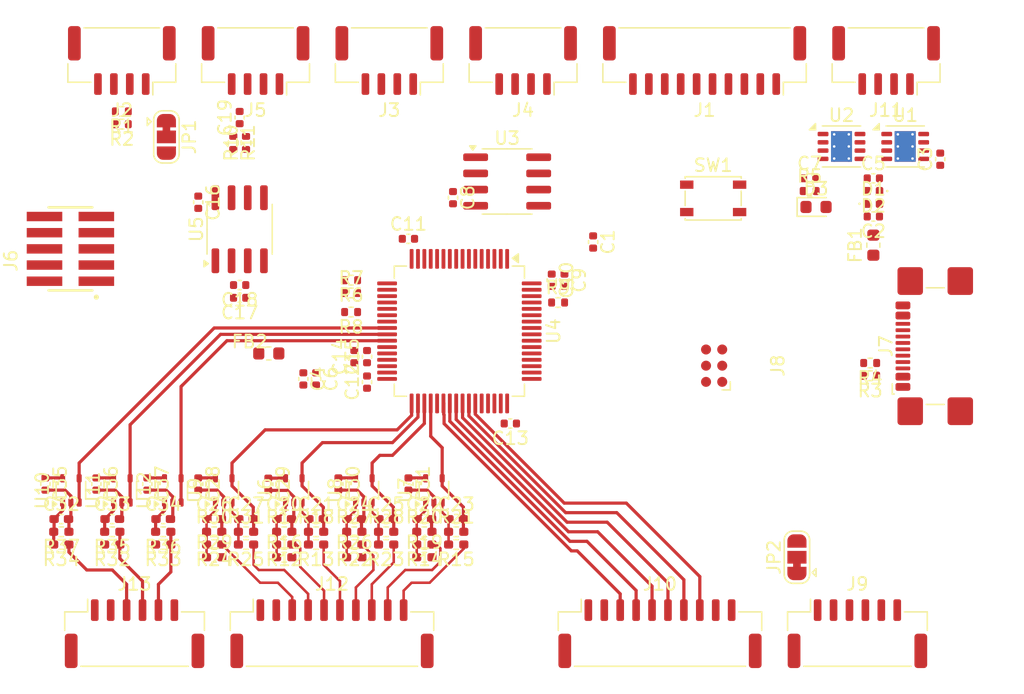
<source format=kicad_pcb>
(kicad_pcb (version 20241229) (generator "pcbnew") (generator_version "9.0")
  (layers (0 "F.Cu" signal) (4 "In1.Cu" signal) (6 "In2.Cu" signal) (2 "B.Cu" signal) (13 "F.Paste" user) (15 "B.Paste" user) (5 "F.SilkS" user "F.Silkscreen") (7 "B.SilkS" user "B.Silkscreen") (1 "F.Mask" user) (3 "B.Mask" user) (25 "Edge.Cuts" user))
  (net 0 "")
  (net 1 "+12V")
  (net 2 "GND")
  (net 3 "+3V3A")
  (net 4 "+5V")
  (net 5 "+3.3V")
  (net 6 "/NRST")
  (net 7 "/PWR_USB_FLT")
  (net 8 "/Motor_ADC_Buffer/CURR_A_V+")
  (net 9 "/CURR_A")
  (net 10 "/Motor_ADC_Buffer/CURR_A_V-")
  (net 11 "/Motor_ADC_Buffer/CURR_C_V+")
  (net 12 "/Motor_ADC_Buffer/CURR_C_V-")
  (net 13 "/CURR_C")
  (net 14 "/Motor_ADC_Buffer/CURR_B_V+")
  (net 15 "/Motor_ADC_Buffer/CURR_B_V-")
  (net 16 "/CURR_B")
  (net 17 "/Motor_ADC_Buffer/VOLT_DC_V+")
  (net 18 "/VOLT_DC")
  (net 19 "/Motor_ADC_Buffer/VOLT_DC_V-")
  (net 20 "/Other_ADC_Buffer/ACC_V+")
  (net 21 "/Other_ADC_Buffer/THM_1_V+")
  (net 22 "/Other_ADC_Buffer/THM_2_V+")
  (net 24 "/GPIO_6")
  (net 25 "/GPIO_7")
  (net 26 "/GPIO_4")
  (net 27 "/GPIO_2")
  (net 28 "/GPIO_5")
  (net 30 "/GPIO_1")
  (net 31 "/GPIO_3")
  (net 34 "/I2C_SDA")
  (net 35 "/PWR_I2C")
  (net 36 "/I2C_SCL")
  (net 39 "/UART2_RX")
  (net 40 "/UART1_TX")
  (net 41 "/UART1_RX")
  (net 42 "/UART2_TX")
  (net 43 "+3V3")
  (net 44 "/SWDIO")
  (net 45 "/SWCLK")
  (net 46 "/MCU/CAN_MID")
  (net 47 "/CANL")
  (net 48 "/CANH")
  (net 51 "/SPI_MOSI")
  (net 52 "/SPI_SCK")
  (net 53 "/SPI_NSS")
  (net 54 "/SPI_MISO")
  (net 55 "/PWM_A_H")
  (net 56 "/PWM_C_L")
  (net 57 "/PWM_A_L")
  (net 59 "/PWM_B_L")
  (net 60 "/PWM_C_H")
  (net 62 "/PWM_EN")
  (net 63 "/PWM_B_H")
  (net 64 "/POS_A")
  (net 65 "/PWR_POS")
  (net 66 "/PWR_USB")
  (net 67 "/POS_B")
  (net 68 "/POS_C{slash}RES_OUT")
  (net 69 "/POS_Z")
  (net 70 "/CURR_A+")
  (net 71 "/CURR_C-")
  (net 72 "/CURR_C+")
  (net 73 "/CURR_B+")
  (net 75 "/CURR_A-")
  (net 76 "/VOLT_DC-")
  (net 77 "/VOLT_DC+")
  (net 79 "/CURR_B-")
  (net 80 "/ACC+")
  (net 81 "/USB_D+")
  (net 82 "/THM_1+")
  (net 83 "/THM_2+")
  (net 85 "/MCU/BOOT0")
  (net 91 "/USB_CC2")
  (net 92 "/USB_D-")
  (net 93 "/USB_CC1")
  (net 98 "/THM_2")
  (net 100 "/ACC")
  (net 103 "/THM_1")
  (net 108 "/MCU/SPI1_NSS_MC")
  (net 109 "/MCU/SPI1_SCK_MC")
  (net 110 "/MCU/SPI1_MOSI_MC")
  (net 114 "/MCU/SPI2_MOSI")
  (net 115 "/MCU/SPI2_SCK")
  (net 116 "/MCU/SPI2_MISO")
  (net 117 "/MCU/SPI2_NSS")
  (net 121 "Net-(D3-A)")
  (net 124 "/MCU/FDCAN_TX")
  (net 125 "/MCU/FDCAN_RX")
  (footprint "Resistor_SMD:R_0402_1005Metric_Pad0.72x0.64mm_HandSolder" (layer "F.Cu") (at 117 115 180)
    (property "Reference" "R33")
    (property "Value" "820")
  )
  (footprint "Resistor_SMD:R_0402_1005Metric_Pad0.72x0.64mm_HandSolder" (layer "F.Cu") (at 121 114)
    (property "Reference" "R30")
    (property "Value" "R")
  )
  (footprint "Capacitor_SMD:C_0402_1005Metric" (layer "F.Cu") (at 129 102 -90)
    (property "Reference" "C6")
    (property "Value" "1u")
  )
  (footprint "Resistor_SMD:R_0402_1005Metric_Pad0.72x0.64mm_HandSolder" (layer "F.Cu") (at 126.5 114)
    (property "Reference" "R17")
    (property "Value" "R")
  )
  (footprint "Capacitor_SMD:C_0402_1005Metric_Pad0.74x0.62mm_HandSolder" (layer "F.Cu") (at 140 113)
    (property "Reference" "C23")
    (property "Value" "C")
  )
  (footprint "Resistor_SMD:R_0402_1005Metric_Pad0.72x0.64mm_HandSolder" (layer "F.Cu") (at 121 116)
    (property "Reference" "R29")
    (property "Value" "R")
  )
  (footprint "Resistor_SMD:R_0402_1005Metric_Pad0.72x0.64mm_HandSolder" (layer "F.Cu") (at 137.5 114)
    (property "Reference" "R20")
    (property "Value" "R")
  )
  (footprint "Resistor_SMD:R_0402_1005Metric_Pad0.72x0.64mm_HandSolder" (layer "F.Cu") (at 117 114 180)
    (property "Reference" "R36")
    (property "Value" "470k")
  )
  (footprint "Capacitor_SMD:C_0402_1005Metric" (layer "F.Cu") (at 111.75 110.25 -90)
    (property "Reference" "C36")
    (property "Value" "100n")
  )
  (footprint "Connector_JST:JST_GH_SM10B-GHS-TB_1x10-1MP_P1.25mm_Horizontal" (layer "F.Cu") (at 159.5 77 180)
    (property "Reference" "J1")
    (property "Value" "GPIO")
  )
  (footprint "Connector_JST:JST_GH_SM10B-GHS-TB_1x10-1MP_P1.25mm_Horizontal" (layer "F.Cu") (at 130.25 122)
    (property "Reference" "J12")
    (property "Value" "POWER_SENSE")
  )
  (footprint "Capacitor_SMD:C_0402_1005Metric_Pad0.74x0.62mm_HandSolder" (layer "F.Cu") (at 126.5 113)
    (property "Reference" "C20")
    (property "Value" "C")
  )
  (footprint "Capacitor_SMD:C_0402_1005Metric_Pad0.74x0.62mm_HandSolder" (layer "F.Cu") (at 113 113)
    (property "Reference" "C33")
    (property "Value" "100n")
  )
  (footprint "Package_SO:SOIC-8_3.9x4.9mm_P1.27mm" (layer "F.Cu") (at 144 86.5)
    (property "Reference" "U3")
    (property "Value" "M95256-WMN6P")
  )
  (footprint "Capacitor_SMD:C_0402_1005Metric" (layer "F.Cu") (at 136.25 91)
    (property "Reference" "C11")
    (property "Value" "100n")
  )
  (footprint "Resistor_SMD:R_0402_1005Metric" (layer "F.Cu") (at 172.5 100.75 180)
    (property "Reference" "R4")
    (property "Value" "5k1")
  )
  (footprint "Package_TO_SOT_SMD:SOT-353_SC-70-5" (layer "F.Cu") (at 117.75 110.75 90)
    (property "Reference" "U12")
    (property "Value" "TLV6001DCK")
  )
  (footprint "Capacitor_SMD:C_0402_1005Metric" (layer "F.Cu") (at 115.75 110.25 -90)
    (property "Reference" "C37")
    (property "Value" "100n")
  )
  (footprint "Capacitor_SMD:C_0402_1005Metric" (layer "F.Cu") (at 123 95.63 180)
    (property "Reference" "C17")
    (property "Value" "4u7")
  )
  (footprint "Connector_JST:JST_GH_SM06B-GHS-TB_1x06-1MP_P1.25mm_Horizontal" (layer "F.Cu") (at 171.5 122)
    (property "Reference" "J9")
    (property "Value" "POS_SENSE")
  )
  (footprint "Diode_SMD:D_0402_1005Metric" (layer "F.Cu") (at 172.75 88.25)
    (property "Reference" "D1")
    (property "Value" "D_Schottky")
  )
  (footprint "Resistor_SMD:R_0402_1005Metric" (layer "F.Cu") (at 131.75 95.25)
    (property "Reference" "R7")
    (property "Value" "22R")
  )
  (footprint "Package_TO_SOT_SMD:SOT-353_SC-70-5" (layer "F.Cu") (at 132.75 110.75 90)
    (property "Reference" "U8")
    (property "Value" "TLV6001DCK")
  )
  (footprint "Capacitor_SMD:C_0402_1005Metric" (layer "F.Cu") (at 132 100.25 90)
    (property "Reference" "C14")
    (property "Value" "1u")
  )
  (footprint "Capacitor_SMD:C_0402_1005Metric_Pad0.74x0.62mm_HandSolder" (layer "F.Cu") (at 123.5 113)
    (property "Reference" "C27")
    (property "Value" "C")
  )
  (footprint "Connector_JST:JST_GH_SM04B-GHS-TB_1x04-1MP_P1.25mm_Horizontal" (layer "F.Cu") (at 145.25 77 180)
    (property "Reference" "J4")
    (property "Value" "SERIAL_2")
  )
  (footprint "Resistor_SMD:R_0402_1005Metric" (layer "F.Cu") (at 113.75 82 180)
    (property "Reference" "R2")
    (property "Value" "10k")
  )
  (footprint "Package_TO_SOT_SMD:SOT-353_SC-70-5" (layer "F.Cu") (at 127.25 110.75 90)
    (property "Reference" "U6")
    (property "Value" "TLV6001DCK")
  )
  (footprint "Capacitor_SMD:C_0402_1005Metric" (layer "F.Cu") (at 119.75 110.25 -90)
    (property "Reference" "C28")
    (property "Value" "100n")
  )
  (footprint "Resistor_SMD:R_0402_1005Metric_Pad0.72x0.64mm_HandSolder" (layer "F.Cu") (at 132 114)
    (property "Reference" "R27")
    (property "Value" "R")
  )
  (footprint "Capacitor_SMD:C_0402_1005Metric" (layer "F.Cu") (at 128 102 -90)
    (property "Reference" "C4")
    (property "Value" "22u")
  )
  (footprint "Resistor_SMD:R_0402_1005Metric_Pad0.72x0.64mm_HandSolder" (layer "F.Cu") (at 129 115 180)
    (property "Reference" "R13")
    (property "Value" "R")
  )
  (footprint "Capacitor_SMD:C_0402_1005Metric_Pad0.74x0.62mm_HandSolder" (layer "F.Cu") (at 117 113)
    (property "Reference" "C34")
    (property "Value" "100n")
  )
  (footprint "Capacitor_SMD:C_0402_1005Metric_Pad0.74x0.62mm_HandSolder" (layer "F.Cu") (at 134.5 113)
    (property "Reference" "C25")
    (property "Value" "C")
  )
  (footprint "Resistor_SMD:R_0402_1005Metric_Pad0.72x0.64mm_HandSolder" (layer "F.Cu") (at 140 115 180)
    (property "Reference" "R15")
    (property "Value" "R")
  )
  (footprint "Resistor_SMD:R_0402_1005Metric_Pad0.72x0.64mm_HandSolder" (layer "F.Cu") (at 113 115 180)
    (property "Reference" "R32")
    (property "Value" "820")
  )
  (footprint "Capacitor_SMD:C_0402_1005Metric" (layer "F.Cu") (at 172.75 89.25 180)
    (property "Reference" "C2")
    (property "Value" "1u")
  )
  (footprint "Connector:Tag-Connect_TC2030-IDC-FP_2x03_P1.27mm_Vertical" (layer "F.Cu") (at 160.25 100.96 90)
    (property "Reference" "J8")
    (property "Value" "SWD")
  )
  (footprint "Capacitor_SMD:C_0402_1005Metric_Pad0.74x0.62mm_HandSolder" (layer "F.Cu") (at 132 113)
    (property "Reference" "C24")
    (property "Value" "C")
  )
  (footprint "Connector_JST:JST_GH_SM04B-GHS-TB_1x04-1MP_P1.25mm_Horizontal" (layer "F.Cu") (at 173.75 77 180)
    (property "Reference" "J11")
    (property "Value" "PWR")
  )
  (footprint "Capacitor_SMD:C_0402_1005Metric" (layer "F.Cu") (at 119.75 88.13 -90)
    (property "Reference" "C16")
    (property "Value" "100n")
  )
  (footprint "Capacitor_SMD:C_0402_1005Metric_Pad0.74x0.62mm_HandSolder" (layer "F.Cu") (at 109 113)
    (property "Reference" "C32")
    (property "Value" "100n")
  )
  (footprint "Resistor_SMD:R_0402_1005Metric" (layer "F.Cu") (at 113.75 81 180)
    (property "Reference" "R1")
    (property "Value" "10k")
  )
  (footprint "Resistor_SMD:R_0402_1005Metric_Pad0.72x0.64mm_HandSolder" (layer "F.Cu") (at 140 114)
    (property "Reference" "R21")
    (property "Value" "R")
  )
  (footprint "Resistor_SMD:R_0402_1005Metric_Pad0.72x0.64mm_HandSolder" (layer "F.Cu") (at 126.5 116)
    (property "Reference" "R16")
    (property "Value" "R")
  )
  (footprint "Resistor_SMD:R_0402_1005Metric_Pad0.72x0.64mm_HandSolder" (layer "F.Cu") (at 134.5 115 180)
    (property "Reference" "R23")
    (property "Value" "R")
  )
  (footprint "Diode_SMD:D_0402_1005Metric" (layer "F.Cu") (at 172.75 87.25 180)
    (property "Reference" "D2")
    (property "Value" "D_Schottky")
  )
  (footprint "LED_SMD:LED_0603_1608Metric" (layer "F.Cu") (at 168.25 88.5)
    (property "Reference" "D3")
    (property "Value" "LED")
  )
  (footprint "Package_TO_SOT_SMD:SOT-353_SC-70-5" (layer "F.Cu") (at 121.75 110.75 90)
    (property "Reference" "U9")
    (property "Value" "TLV6001DCK")
  )
  (footprint "Resistor_SMD:R_0402_1005Metric" (layer "F.Cu") (at 123.5 83.47 90)
    (property "Reference" "R10")
    (property "Value" "240R")
  )
  (footprint "User_Connector:Samtec_FTSH-105-XX-X-DV-K" (layer "F.Cu") (at 109.715 91.79 90)
    (property "Reference" "J6")
    (property "Value" "SPI")
  )
  (footprint "Connector_USB:USB_C_Receptacle_GCT_USB4110" (layer "F.Cu") (at 178.75 99.425 90)
    (property "Reference" "J7")
    (property "Value" "USB_C_Receptacle_USB2.0_16P")
  )
  (footprint "Package_SON:VSON-8-1EP_3x3mm_P0.65mm_EP1.65x2.4mm_ThermalVias" (layer "F.Cu") (at 170.25 83.75)
    (property "Reference" "U2")
    (property "Value" "TLV76733QWDRBxQ1")
  )
  (footprint "Package_TO_SOT_SMD:SOT-353_SC-70-5" (layer "F.Cu") (at 113.75 110.75 90)
    (property "Reference" "U11")
    (property "Value" "TLV6001DCK")
  )
  (footprint "Resistor_SMD:R_0402_1005Metric_Pad0.72x0.64mm_HandSolder" (layer "F.Cu") (at 132 115 180)
    (property "Reference" "R22")
    (property "Value" "R")
  )
  (footprint "Resistor_SMD:R_0402_1005Metric_Pad0.72x0.64mm_HandSolder" (layer "F.Cu") (at 137.5 116)
    (property "Reference" "R19")
    (property "Value" "R")
  )
  (footprint "Resistor_SMD:R_0402_1005Metric" (layer "F.Cu") (at 131.75 96.75 180)
    (property "Reference" "R8")
    (property "Value" "22R")
  )
  (footprint "Capacitor_SMD:C_0402_1005Metric" (layer "F.Cu") (at 150.75 91.25 -90)
    (property "Reference" "C1")
    (property "Value" "100n")
  )
  (footprint "Connector_JST:JST_GH_SM04B-GHS-TB_1x04-1MP_P1.25mm_Horizontal" (layer "F.Cu") (at 134.75 77 180)
    (property "Reference" "J3")
    (property "Value" "SERIAL_1")
  )
  (footprint "Capacitor_SMD:C_0402_1005Metric_Pad0.74x0.62mm_HandSolder" (layer "F.Cu") (at 121 113)
    (property "Reference" "C26")
    (property "Value" "C")
  )
  (footprint "Capacitor_SMD:C_0402_1005Metric" (layer "F.Cu") (at 144.25 105.5 180)
    (property "Reference" "C13")
    (property "Value" "100n")
  )
  (footprint "Connector_JST:JST_GH_SM04B-GHS-TB_1x04-1MP_P1.25mm_Horizontal" (layer "F.Cu") (at 124.25 77 180)
    (property "Reference" "J5")
    (property "Value" "CAN")
  )
  (footprint "Resistor_SMD:R_0402_1005Metric_Pad0.72x0.64mm_HandSolder" (layer "F.Cu") (at 132 116)
    (property "Reference" "R26")
    (property "Value" "R")
  )
  (footprint "Capacitor_SMD:C_0402_1005Metric" (layer "F.Cu") (at 172.75 86.25)
    (property "Reference" "C5")
    (property "Value" "1u")
  )
  (footprint "Capacitor_SMD:C_0402_1005Metric" (layer "F.Cu") (at 123 81.48 90)
    (property "Reference" "C19")
    (property "Value" "4n7")
  )
  (footprint "Resistor_SMD:R_0402_1005Metric_Pad0.72x0.64mm_HandSolder" (layer "F.Cu") (at 123.5 115 180)
    (property "Reference" "R25")
    (property "Value" "R")
  )
  (footprint "Package_SO:SOIC-8_3.9x4.9mm_P1.27mm" (layer "F.Cu") (at 123 90.25 90)
    (property "Reference" "U5")
    (property "Value" "TCAN1044V-Q1")
  )
  (footprint "Capacitor_SMD:C_0402_1005Metric" (layer "F.Cu") (at 147.5 94.25 -90)
    (property "Reference" "C10")
    (property "Value" "100n")
  )
  (footprint "Capacitor_SMD:C_0402_1005Metric" (layer "F.Cu") (at 133 102.25 90)
    (property "Reference" "C12")
    (property "Value" "100n")
  )
  (footprint "Resistor_SMD:R_0402_1005Metric_Pad0.72x0.64mm_HandSolder" (layer "F.Cu") (at 137.5 115 180)
    (property "Reference" "R14")
    (property "Value" "R")
  )
  (footprint "Capacitor_SMD:C_0402_1005Metric" (layer "F.Cu") (at 148.5 94.25 -90)
    (property "Reference" "C9")
    (property "Value" "4u7")
  )
  (footprint "Resistor_SMD:R_0402_1005Metric" (layer "F.Cu") (at 172.5 101.75 180)
    (property "Reference" "R3")
    (property "Value" "5k1")
  )
  (footprint "Resistor_SMD:R_0402_1005Metric" (layer "F.Cu") (at 122.5 83.47 -90)
    (property "Reference" "R11")
    (property "Value" "240R")
  )
  (footprint "Resistor_SMD:R_0402_1005Metric_Pad0.72x0.64mm_HandSolder" (layer "F.Cu") (at 109 115 180)
    (property "Reference" "R34")
    (property "Value" "47k")
  )
  (footprint "Jumper:SolderJumper-3_P1.3mm_Bridged12_RoundedPad1.0x1.5mm" (layer "F.Cu") (at 166.75 116 90)
    (property "Reference" "JP2")
    (property "Value" "SolderJumper_3_Open")
  )
  (footprint "Capacitor_SMD:C_0402_1005Metric" (layer "F.Cu") (at 136.25 110.25 -90)
    (property "Reference" "C31")
    (property "Value" "100n")
  )
  (footprint "Package_TO_SOT_SMD:SOT-353_SC-70-5" (layer "F.Cu") (at 109.75 110.75 90)
    (property "Reference" "U10")
    (property "Value" "TLV6001DCK")
  )
  (footprint "Connector_JST:JST_GH_SM04B-GHS-TB_1x04-1MP_P1.25mm_Horizontal" (layer "F.Cu") (at 113.75 77 180)
    (property "Reference" "J2")
    (property "Value" "I2C")
  )
  (footprint "Connector_JST:JST_GH_SM06B-GHS-TB_1x06-1MP_P1.25mm_Horizontal" (layer "F.Cu") (at 114.75 122)
    (property "Reference" "J13")
    (property "Value" "MISC_SENSE")
  )
  (footprint "Capacitor_SMD:C_0402_1005Metric" (layer "F.Cu") (at 139.75 87.77 -90)
    (property "Reference" "C8")
    (property "Value" "100n")
  )
  (footprint "Inductor_SMD:L_0603_1608Metric" (layer "F.Cu") (at 172.75 91.5 90)
    (property "Reference" "FB1")
    (property "Value" "600R")
  )
  (footprint "Jumper:SolderJumper-3_P1.3mm_Bridged12_RoundedPad1.0x1.5mm" (layer "F.Cu") (at 117.25 83 -90)
    (property "Reference" "JP1")
    (property "Value" "SolderJumper_3_Open")
  )
  (footprint "Capacitor_SMD:C_0402_1005Metric" (layer "F.Cu") (at 167.75 86.25)
    (property "Reference" "C7")
    (property "Value" "1u")
  )
  (footprint "Resistor_SMD:R_0402_1005Metric_Pad0.72x0.64mm_HandSolder" (layer "F.Cu") (at 121 115 180)
    (property "Reference" "R24")
    (property "Value" "R")
  )
  (footprint "Resistor_SMD:R_0402_1005Metric_Pad0.72x0.64mm_HandSolder" (layer "F.Cu") (at 126.5 115 180)
    (property "Reference" "R12")
    (property "Value" "R")
  )
  (footprint "Resistor_SMD:R_0402_1005Metric" (layer "F.Cu") (at 148 96)
    (property "Reference" "R9")
    (property "Value" "5k1")
  )
  (footprint "Resistor_SMD:R_0402_1005Metric_Pad0.72x0.64mm_HandSolder" (layer "F.Cu") (at 113 114 180)
    (property "Reference" "R35")
    (property "Value" "470k")
  )
  (footprint "Capacitor_SMD:C_0402_1005Metric" (layer "F.Cu") (at 133 100.25 90)
    (property "Reference" "C15")
    (property "Value" "100n")
  )
  (footprint "Package_QFP:LQFP-64_10x10mm_P0.5mm" (layer "F.Cu") (at 140.25 98.25 -90)
    (property "Reference" "U4")
    (property "Value" "STM32G474RETx")
  )
  (footprint "Capacitor_SMD:C_0402_1005Metric" (layer "F.Cu") (at 130.75 110.25 -90)
    (property "Reference" "C30")
    (property "Value" "100n")
  )
  (footprint "Capacitor_SMD:C_0402_1005Metric" (layer "F.Cu") (at 178 84.75 90)
    (property "Reference" "C3")
    (property "Value" "1u")
  )
  (footprint "Capacitor_SMD:C_0402_1005Metric_Pad0.74x0.62mm_HandSolder" (layer "F.Cu") (at 137.5 113)
    (property "Reference" "C22")
    (property "Value" "C")
  )
  (footprint "Package_TO_SOT_SMD:SOT-353_SC-70-5" (layer "F.Cu") (at 138.25 110.75 90)
    (property "Reference" "U7")
    (property "Value" "TLV6001DCK")
  )
  (footprint "Resistor_SMD:R_0402_1005Metric_Pad0.72x0.64mm_HandSolder" (layer "F.Cu") (at 123.5 114)
    (property "Reference" "R31")
    (property "Value" "R")
  )
  (footprint "Capacitor_SMD:C_0402_1005Metric" (layer "F.Cu") (at 107.75 110.25 -90)
    (property "Reference" "C35")
    (property "Value" "100n")
  )
  (footprint "Resistor_SMD:R_0402_1005Metric_Pad0.72x0.64mm_HandSolder" (layer "F.Cu") (at 134.5 114)
    (property "Reference" "R28")
    (property "Value" "R")
  )
  (footprint "Capacitor_SMD:C_0402_1005Metric" (layer "F.Cu") (at 123 94.63 180)
    (property "Reference" "C18")
    (property "Value" "100n")
  )
  (footprint "Inductor_SMD:L_0603_1608Metric" (layer "F.Cu") (at 125.2875 100)
    (property "Reference" "FB2")
    (property "Value" "600R")
  )
  (footprint "Connector_JST:JST_GH_SM10B-GHS-TB_1x10-1MP_P1.25mm_Horizontal" (layer "F.Cu") (at 156 122)
    (property "Reference" "J10")
    (property "Value" "PWM")
  )
  (footprint "Resistor_SMD:R_0402_1005Metric_Pad0.72x0.64mm_HandSolder" (layer "F.Cu") (at 129 114)
    (property "Reference" "R18")
    (property "Value" "R")
  )
  (footprint "Resistor_SMD:R_0402_1005Metric_Pad0.72x0.64mm_HandSolder" (layer "F.Cu") (at 109 114 180)
    (property "Reference" "R37")
    (property "Value" "91k")
  )
  (footprint "Button_Switch_SMD:SW_SPST_PTS810" (layer "F.Cu") (at 160.175 87.825)
    (property "Reference" "SW1")
    (property "Value" "RST")
  )
  (footprint "Resistor_SMD:R_0402_1005Metric" (layer "F.Cu") (at 131.75 94.25 180)
    (property "Reference" "R6")
    (property "Value" "22R")
  )
  (footprint "Resistor_SMD:R_0402_1005Metric" (layer "F.Cu") (at 167.75 87.25)
    (property "Reference" "R5")
    (property "Value" "330R")
  )
  (footprint "Capacitor_SMD:C_0402_1005Metric" (layer "F.Cu") (at 125.25 110.27 -90)
    (property "Reference" "C29")
    (property "Value" "100n")
  )
  (footprint "Package_SON:VSON-8-1EP_3x3mm_P0.65mm_EP1.65x2.4mm_ThermalVias" (layer "F.Cu") (at 175.25 83.75)
    (property "Reference" "U1")
    (property "Value" "TLV76750QWDRBxQ1")
  )
  (footprint "Capacitor_SMD:C_0402_1005Metric_Pad0.74x0.62mm_HandSolder" (layer "F.Cu") (at 129 113)
    (property "Reference" "C21")
    (property "Value" "C")
  )
  (segment (start 113.75 111.25) (end 113.75 111.7) (width 0.25) (layer "F.Cu") (net 2))
  (segment (start 121.5975 113.03) (end 121.5675 113) (width 0.25) (layer "F.Cu") (net 2))
  (segment (start 113.75 112.8175) (end 113.5675 113) (width 0.25) (layer "F.Cu") (net 2))
  (segment (start 117.75 112.8175) (end 117.5675 113) (width 0.25) (layer "F.Cu") (net 2))
  (segment (start 138.25 112.8175) (end 138.0675 113) (width 0.25) (layer "F.Cu") (net 2))
  (segment (start 132.75 112.8175) (end 132.5675 113) (width 0.25) (layer "F.Cu") (net 2))
  (segment (start 109.5975 113.03) (end 109.5675 113) (width 0.25) (layer "F.Cu") (net 2))
  (segment (start 136.25 110.73) (end 137.73 110.73) (width 0.25) (layer "F.Cu") (net 2))
  (segment (start 138.25 111.7) (end 138.25 112.8175) (width 0.25) (layer "F.Cu") (net 2))
  (segment (start 117.75 111.25) (end 117.75 111.7) (width 0.25) (layer "F.Cu") (net 2))
  (segment (start 109.292499 110.73) (end 109.75 111.187501) (width 0.25) (layer "F.Cu") (net 2))
  (segment (start 137.73 110.73) (end 138.25 111.25) (width 0.25) (layer "F.Cu") (net 2))
  (segment (start 121.75 112.8175) (end 121.5675 113) (width 0.25) (layer "F.Cu") (net 2))
  (segment (start 132.75 111.25) (end 132.75 111.7) (width 0.25) (layer "F.Cu") (net 2))
  (segment (start 117.23 110.73) (end 117.75 111.25) (width 0.25) (layer "F.Cu") (net 2))
  (segment (start 132.5675 113.97) (end 132.5975 114) (width 0.25) (layer "F.Cu") (net 2))
  (segment (start 111.75 110.73) (end 113.23 110.73) (width 0.25) (layer "F.Cu") (net 2))
  (segment (start 138.0675 113) (end 138.0675 113.97) (width 0.25) (layer "F.Cu") (net 2))
  (segment (start 109.75 112.8175) (end 109.5675 113) (width 0.25) (layer "F.Cu") (net 2))
  (segment (start 127.25 111.7) (end 127.25 112.8175) (width 0.25) (layer "F.Cu") (net 2))
  (segment (start 121.5975 114) (end 121.5975 113.03) (width 0.25) (layer "F.Cu") (net 2))
  (segment (start 121.75 111.7) (end 121.75 112.8175) (width 0.25) (layer "F.Cu") (net 2))
  (segment (start 130.75 110.73) (end 132.23 110.73) (width 0.25) (layer "F.Cu") (net 2))
  (segment (start 117.75 111.7) (end 117.75 112.8175) (width 0.25) (layer "F.Cu") (net 2))
  (segment (start 127.25 111.25) (end 127.25 111.7) (width 0.25) (layer "F.Cu") (net 2))
  (segment (start 125.25 110.75) (end 126.75 110.75) (width 0.25) (layer "F.Cu") (net 2))
  (segment (start 113.75 111.7) (end 113.75 112.8175) (width 0.25) (layer "F.Cu") (net 2))
  (segment (start 132.23 110.73) (end 132.75 111.25) (width 0.25) (layer "F.Cu") (net 2))
  (segment (start 107.75 110.73) (end 109.292499 110.73) (width 0.25) (layer "F.Cu") (net 2))
  (segment (start 132.75 111.7) (end 132.75 112.8175) (width 0.25) (layer "F.Cu") (net 2))
  (segment (start 121.23 110.73) (end 119.75 110.73) (width 0.25) (layer "F.Cu") (net 2))
  (segment (start 115.75 110.73) (end 117.23 110.73) (width 0.25) (layer "F.Cu") (net 2))
  (segment (start 127.0975 114) (end 127.0975 113.03) (width 0.25) (layer "F.Cu") (net 2))
  (segment (start 109.5975 114) (end 109.5975 113.03) (width 0.25) (layer "F.Cu") (net 2))
  (segment (start 127.25 112.8175) (end 127.0675 113) (width 0.25) (layer "F.Cu") (net 2))
  (segment (start 113.23 110.73) (end 113.75 111.25) (width 0.25) (layer "F.Cu") (net 2))
  (segment (start 109.75 111.187501) (end 109.75 111.7) (width 0.25) (layer "F.Cu") (net 2))
  (segment (start 121.75 111.25) (end 121.23 110.73) (width 0.25) (layer "F.Cu") (net 2))
  (segment (start 109.75 111.7) (end 109.75 112.8175) (width 0.25) (layer "F.Cu") (net 2))
  (segment (start 127.0975 113.03) (end 127.0675 113) (width 0.25) (layer "F.Cu") (net 2))
  (segment (start 138.25 111.25) (end 138.25 111.7) (width 0.25) (layer "F.Cu") (net 2))
  (segment (start 138.0675 113.97) (end 138.0975 114) (width 0.25) (layer "F.Cu") (net 2))
  (segment (start 132.5675 113) (end 132.5675 113.97) (width 0.25) (layer "F.Cu") (net 2))
  (segment (start 121.75 111.7) (end 121.75 111.25) (width 0.25) (layer "F.Cu") (net 2))
  (segment (start 126.75 110.75) (end 127.25 111.25) (width 0.25) (layer "F.Cu") (net 2))
  (segment (start 107.75 109.77) (end 109.07 109.77) (width 0.25) (layer "F.Cu") (net 3))
  (segment (start 121.07 109.77) (end 121.1 109.8) (width 0.25) (layer "F.Cu") (net 3))
  (segment (start 137.57 109.77) (end 137.6 109.8) (width 0.25) (layer "F.Cu") (net 3))
  (segment (start 125.25 109.79) (end 126.59 109.79) (width 0.25) (layer "F.Cu") (net 3))
  (segment (start 113.07 109.77) (end 113.1 109.8) (width 0.25) (layer "F.Cu") (net 3))
  (segment (start 109.07 109.77) (end 109.1 109.8) (width 0.25) (layer "F.Cu") (net 3))
  (segment (start 119.75 109.77) (end 121.07 109.77) (width 0.25) (layer "F.Cu") (net 3))
  (segment (start 115.75 109.77) (end 117.07 109.77) (width 0.25) (layer "F.Cu") (net 3))
  (segment (start 132.07 109.77) (end 132.1 109.8) (width 0.25) (layer "F.Cu") (net 3))
  (segment (start 130.75 109.77) (end 132.07 109.77) (width 0.25) (layer "F.Cu") (net 3))
  (segment (start 117.07 109.77) (end 117.1 109.8) (width 0.25) (layer "F.Cu") (net 3))
  (segment (start 126.59 109.79) (end 126.6 109.8) (width 0.25) (layer "F.Cu") (net 3))
  (segment (start 111.75 109.77) (end 113.07 109.77) (width 0.25) (layer "F.Cu") (net 3))
  (segment (start 136.25 109.77) (end 137.57 109.77) (width 0.25) (layer "F.Cu") (net 3))
  (segment (start 126.6 112.3325) (end 125.9325 113) (width 0.2) (layer "F.Cu") (net 8))
  (segment (start 125.9025 115) (end 125.9025 114) (width 0.2) (layer "F.Cu") (net 8))
  (segment (start 125.9025 116) (end 125.9025 115) (width 0.2) (layer "F.Cu") (net 8))
  (segment (start 126.6 111.7) (end 126.6 112.3325) (width 0.2) (layer "F.Cu") (net 8))
  (segment (start 125.9025 113.03) (end 125.9325 113) (width 0.2) (layer "F.Cu") (net 8))
  (segment (start 125.9025 114) (end 125.9025 113.03) (width 0.2) (layer "F.Cu") (net 8))
  (segment (start 127.9 110.4) (end 129.5675 112.0675) (width 0.25) (layer "F.Cu") (net 9))
  (segment (start 129.5675 112.0675) (end 129.5675 113) (width 0.25) (layer "F.Cu") (net 9))
  (segment (start 129.5975 114) (end 129.5975 113.03) (width 0.25) (layer "F.Cu") (net 9))
  (segment (start 137 103.925) (end 137 105) (width 0.25) (layer "F.Cu") (net 9))
  (segment (start 137 105) (end 135 107) (width 0.25) (layer "F.Cu") (net 9))
  (segment (start 127.9 109.8) (end 127.9 110.4) (width 0.25) (layer "F.Cu") (net 9))
  (segment (start 127.9 108.6) (end 127.9 109.8) (width 0.25) (layer "F.Cu") (net 9))
  (segment (start 135 107) (end 129.5 107) (width 0.25) (layer "F.Cu") (net 9))
  (segment (start 129.5 107) (end 127.9 108.6) (width 0.25) (layer "F.Cu") (net 9))
  (segment (start 129.5975 113.03) (end 129.5675 113) (width 0.25) (layer "F.Cu") (net 9))
  (segment (start 128.4025 114) (end 128.4025 113.03) (width 0.2) (layer "F.Cu") (net 10))
  (segment (start 128.4025 115) (end 128.4025 114) (width 0.2) (layer "F.Cu") (net 10))
  (segment (start 127.9 111.7) (end 127.9 112.4675) (width 0.2) (layer "F.Cu") (net 10))
  (segment (start 128.4025 113.03) (end 128.4325 113) (width 0.2) (layer "F.Cu") (net 10))
  (segment (start 127.9 112.4675) (end 128.4325 113) (width 0.2) (layer "F.Cu") (net 10))
  (segment (start 137.6 112.3325) (end 136.9325 113) (width 0.2) (layer "F.Cu") (net 11))
  (segment (start 137.6 111.7) (end 137.6 112.3325) (width 0.2) (layer "F.Cu") (net 11))
  (segment (start 136.9025 115) (end 136.9025 114) (width 0.2) (layer "F.Cu") (net 11))
  (segment (start 136.9025 116) (end 136.9025 115) (width 0.2) (layer "F.Cu") (net 11))
  (segment (start 136.9025 113.03) (end 136.9325 113) (width 0.2) (layer "F.Cu") (net 11))
  (segment (start 136.9025 114) (end 136.9025 113.03) (width 0.2) (layer "F.Cu") (net 11))
  (segment (start 138.9 111.7) (end 138.9 112.4675) (width 0.2) (layer "F.Cu") (net 12))
  (segment (start 139.4025 113.03) (end 139.4325 113) (width 0.2) (layer "F.Cu") (net 12))
  (segment (start 139.4025 115) (end 139.4025 114) (width 0.2) (layer "F.Cu") (net 12))
  (segment (start 138.9 112.4675) (end 139.4325 113) (width 0.2) (layer "F.Cu") (net 12))
  (segment (start 139.4025 114) (end 139.4025 113.03) (width 0.2) (layer "F.Cu") (net 12))
  (segment (start 140.5675 113) (end 140.5675 113.97) (width 0.25) (layer "F.Cu") (net 13))
  (segment (start 138.9 109.8) (end 138.9 110.4) (width 0.25) (layer "F.Cu") (net 13))
  (segment (start 140.5675 112.0675) (end 140.5675 113) (width 0.25) (layer "F.Cu") (net 13))
  (segment (start 138.9 107.4) (end 138.9 109.8) (width 0.25) (layer "F.Cu") (net 13))
  (segment (start 138 103.925) (end 138 106.5) (width 0.25) (layer "F.Cu") (net 13))
  (segment (start 138.9 110.4) (end 140.5675 112.0675) (width 0.25) (layer "F.Cu") (net 13))
  (segment (start 140.5675 113.97) (end 140.5975 114) (width 0.25) (layer "F.Cu") (net 13))
  (segment (start 138 106.5) (end 138.9 107.4) (width 0.25) (layer "F.Cu") (net 13))
  (segment (start 131.4025 113.03) (end 131.4325 113) (width 0.2) (layer "F.Cu") (net 14))
  (segment (start 132.1 112.3325) (end 131.4325 113) (width 0.2) (layer "F.Cu") (net 14))
  (segment (start 131.4025 114) (end 131.4025 113.03) (width 0.2) (layer "F.Cu") (net 14))
  (segment (start 132.1 111.7) (end 132.1 112.3325) (width 0.2) (layer "F.Cu") (net 14))
  (segment (start 131.4025 116) (end 131.4025 115) (width 0.2) (layer "F.Cu") (net 14))
  (segment (start 131.4025 115) (end 131.4025 114) (width 0.2) (layer "F.Cu") (net 14))
  (segment (start 133.9025 114) (end 133.9025 113.03) (width 0.2) (layer "F.Cu") (net 15))
  (segment (start 133.9025 113.03) (end 133.9325 113) (width 0.2) (layer "F.Cu") (net 15))
  (segment (start 133.4 112.4675) (end 133.9325 113) (width 0.2) (layer "F.Cu") (net 15))
  (segment (start 133.4 111.7) (end 133.4 112.4675) (width 0.2) (layer "F.Cu") (net 15))
  (segment (start 133.9025 115) (end 133.9025 114) (width 0.2) (layer "F.Cu") (net 15))
  (segment (start 135.0975 113.03) (end 135.0675 113) (width 0.25) (layer "F.Cu") (net 16))
  (segment (start 137.5 105.5) (end 135 108) (width 0.25) (layer "F.Cu") (net 16))
  (segment (start 133.4 109.8) (end 133.4 110.4) (width 0.25) (layer "F.Cu") (net 16))
  (segment (start 137.5 103.925) (end 137.5 105.5) (width 0.25) (layer "F.Cu") (net 16))
  (segment (start 134 108) (end 133.4 108.6) (width 0.25) (layer "F.Cu") (net 16))
  (segment (start 135.0975 114) (end 135.0975 113.03) (width 0.25) (layer "F.Cu") (net 16))
  (segment (start 133.4 110.4) (end 135.0675 112.0675) (width 0.25) (layer "F.Cu") (net 16))
  (segment (start 135 108) (end 134 108) (width 0.25) (layer "F.Cu") (net 16))
  (segment (start 133.4 108.6) (end 133.4 109.8) (width 0.25) (layer "F.Cu") (net 16))
  (segment (start 135.0675 112.0675) (end 135.0675 113) (width 0.25) (layer "F.Cu") (net 16))
  (segment (start 121.1 112.3325) (end 120.4325 113) (width 0.2) (layer "F.Cu") (net 17))
  (segment (start 120.4025 113.03) (end 120.4325 113) (width 0.2) (layer "F.Cu") (net 17))
  (segment (start 120.4025 114) (end 120.4025 113.03) (width 0.2) (layer "F.Cu") (net 17))
  (segment (start 121.1 111.7) (end 121.1 112.3325) (width 0.2) (layer "F.Cu") (net 17))
  (segment (start 120.4025 116) (end 120.4025 115) (width 0.2) (layer "F.Cu") (net 17))
  (segment (start 120.4025 115) (end 120.4025 114) (width 0.2) (layer "F.Cu") (net 17))
  (segment (start 122.4 109.8) (end 122.4 110.4) (width 0.25) (layer "F.Cu") (net 18))
  (segment (start 122.4 108.6) (end 125 106) (width 0.25) (layer "F.Cu") (net 18))
  (segment (start 124.0975 113.03) (end 124.0675 113) (width 0.25) (layer "F.Cu") (net 18))
  (segment (start 122.4 110.4) (end 124.0675 112.0675) (width 0.25) (layer "F.Cu") (net 18))
  (segment (start 136.5 104.86219) (end 136.5 103.925) (width 0.25) (layer "F.Cu") (net 18))
  (segment (start 122.4 109.8) (end 122.4 108.6) (width 0.25) (layer "F.Cu") (net 18))
  (segment (start 124.0675 112.0675) (end 124.0675 113) (width 0.25) (layer "F.Cu") (net 18))
  (segment (start 124.0975 114) (end 124.0975 113.03) (width 0.25) (layer "F.Cu") (net 18))
  (segment (start 135.36219 106) (end 136.5 104.86219) (width 0.25) (layer "F.Cu") (net 18))
  (segment (start 125 106) (end 135.36219 106) (width 0.25) (layer "F.Cu") (net 18))
  (segment (start 122.9025 114) (end 122.9025 113.03) (width 0.2) (layer "F.Cu") (net 19))
  (segment (start 122.4 111.7) (end 122.4 112.4675) (width 0.2) (layer "F.Cu") (net 19))
  (segment (start 122.9025 113.03) (end 122.9325 113) (width 0.2) (layer "F.Cu") (net 19))
  (segment (start 122.9025 115) (end 122.9025 114) (width 0.2) (layer "F.Cu") (net 19))
  (segment (start 122.4 112.4675) (end 122.9325 113) (width 0.2) (layer "F.Cu") (net 19))
  (segment (start 109.1 111.7) (end 109.1 112.3325) (width 0.25) (layer "F.Cu") (net 20))
  (segment (start 108.4325 113.97) (end 108.4025 114) (width 0.25) (layer "F.Cu") (net 20))
  (segment (start 109.1 112.3325) (end 108.4325 113) (width 0.25) (layer "F.Cu") (net 20))
  (segment (start 108.4325 113) (end 108.4325 113.97) (width 0.25) (layer "F.Cu") (net 20))
  (segment (start 108.4025 115) (end 108.4025 114) (width 0.25) (layer "F.Cu") (net 20))
  (segment (start 112.4025 113.03) (end 112.4325 113) (width 0.25) (layer "F.Cu") (net 21))
  (segment (start 112.4025 114) (end 112.4025 113.03) (width 0.25) (layer "F.Cu") (net 21))
  (segment (start 113.1 112.3325) (end 112.4325 113) (width 0.25) (layer "F.Cu") (net 21))
  (segment (start 113.1 111.7) (end 113.1 112.3325) (width 0.25) (layer "F.Cu") (net 21))
  (segment (start 117.1 112.3325) (end 116.4325 113) (width 0.25) (layer "F.Cu") (net 22))
  (segment (start 116.4025 114) (end 116.4025 113.03) (width 0.25) (layer "F.Cu") (net 22))
  (segment (start 117.1 111.7) (end 117.1 112.3325) (width 0.25) (layer "F.Cu") (net 22))
  (segment (start 116.4025 113.03) (end 116.4325 113) (width 0.25) (layer "F.Cu") (net 22))
  (segment (start 152.606248 112.5) (end 148.593012 112.5) (width 0.25) (layer "F.Cu") (net 55))
  (segment (start 157.875 117.768752) (end 152.606248 112.5) (width 0.25) (layer "F.Cu") (net 55))
  (segment (start 141 104.906988) (end 141 103.925) (width 0.25) (layer "F.Cu") (net 55))
  (segment (start 148.593012 112.5) (end 141 104.906988) (width 0.25) (layer "F.Cu") (net 55))
  (segment (start 157.875 120.15) (end 157.875 117.768752) (width 0.25) (layer "F.Cu") (net 55))
  (segment (start 154.125 118.607182) (end 150.267818 114.75) (width 0.25) (layer "F.Cu") (net 56))
  (segment (start 150.267818 114.75) (end 148.929582 114.75) (width 0.25) (layer "F.Cu") (net 56))
  (segment (start 148.929582 114.75) (end 139.5 105.320418) (width 0.25) (layer "F.Cu") (net 56))
  (segment (start 139.5 105.320418) (end 139.5 103.925) (width 0.25) (layer "F.Cu") (net 56))
  (segment (start 154.125 120.15) (end 154.125 118.607182) (width 0.25) (layer "F.Cu") (net 56))
  (segment (start 159.125 117.518752) (end 153.356248 111.75) (width 0.25) (layer "F.Cu") (net 57))
  (segment (start 148.480822 111.75) (end 141.5 104.769178) (width 0.25) (layer "F.Cu") (net 57))
  (segment (start 159.125 120.15) (end 159.125 117.518752) (width 0.25) (layer "F.Cu") (net 57))
  (segment (start 153.356248 111.75) (end 148.480822 111.75) (width 0.25) (layer "F.Cu") (net 57))
  (segment (start 141.5 104.769178) (end 141.5 103.925) (width 0.25) (layer "F.Cu") (net 57))
  (segment (start 156.625 120.15) (end 156.625 118.01875) (width 0.25) (layer "F.Cu") (net 59))
  (segment (start 151.85625 113.25) (end 148.705202 113.25) (width 0.25) (layer "F.Cu") (net 59))
  (segment (start 140.5 105.044798) (end 140.5 103.925) (width 0.25) (layer "F.Cu") (net 59))
  (segment (start 148.705202 113.25) (end 140.5 105.044798) (width 0.25) (layer "F.Cu") (net 59))
  (segment (start 156.625 118.01875) (end 151.85625 113.25) (width 0.25) (layer "F.Cu") (net 59))
  (segment (start 152.875 118.875) (end 149.5 115.5) (width 0.25) (layer "F.Cu") (net 60))
  (segment (start 139.024 103.925) (end 139 103.925) (width 0.25) (layer "F.Cu") (net 60))
  (segment (start 139.049 105.507228) (end 139.049 104.818178) (width 0.25) (layer "F.Cu") (net 60))
  (segment (start 139.049 104.818178) (end 139.024 104.793178) (width 0.25) (layer "F.Cu") (net 60))
  (segment (start 152.875 120.15) (end 152.875 118.875) (width 0.25) (layer "F.Cu") (net 60))
  (segment (start 149.041772 115.5) (end 139.049 105.507228) (width 0.25) (layer "F.Cu") (net 60))
  (segment (start 149.5 115.5) (end 149.041772 115.5) (width 0.25) (layer "F.Cu") (net 60))
  (segment (start 139.024 104.793178) (end 139.024 103.925) (width 0.25) (layer "F.Cu") (net 60))
  (segment (start 155.375 118.26875) (end 151.10625 114) (width 0.25) (layer "F.Cu") (net 63))
  (segment (start 155.375 120.15) (end 155.375 118.26875) (width 0.25) (layer "F.Cu") (net 63))
  (segment (start 148.817392 114) (end 140 105.182608) (width 0.25) (layer "F.Cu") (net 63))
  (segment (start 151.10625 114) (end 148.817392 114) (width 0.25) (layer "F.Cu") (net 63))
  (segment (start 140 105.182608) (end 140 103.925) (width 0.25) (layer "F.Cu") (net 63))
  (segment (start 129.625 118.625) (end 129.625 120.15) (width 0.2) (layer "F.Cu") (net 70))
  (segment (start 127.756 116.756) (end 129.625 118.625) (width 0.2) (layer "F.Cu") (net 70))
  (segment (start 127.454999 115) (end 127.756 115.301001) (width 0.2) (layer "F.Cu") (net 70))
  (segment (start 127.0975 115) (end 127.454999 115) (width 0.2) (layer "F.Cu") (net 70))
  (segment (start 127.756 115.301001) (end 127.756 116.756) (width 0.2) (layer "F.Cu") (net 70))
  (segment (start 135.875 118.625) (end 135.875 120.15) (width 0.2) (layer "F.Cu") (net 71))
  (segment (start 136.5 118) (end 135.875 118.625) (width 0.2) (layer "F.Cu") (net 71))
  (segment (start 140.5975 115.319999) (end 137.917499 118) (width 0.2) (layer "F.Cu") (net 71))
  (segment (start 140.5975 115) (end 140.5975 115.319999) (width 0.2) (layer "F.Cu") (net 71))
  (segment (start 137.917499 118) (end 136.5 118) (width 0.2) (layer "F.Cu") (net 71))
  (segment (start 138.111386 117) (end 136 117) (width 0.2) (layer "F.Cu") (net 72))
  (segment (start 136 117) (end 134.625 118.375) (width 0.2) (layer "F.Cu") (net 72))
  (segment (start 138.756 116.355386) (end 138.111386 117) (width 0.2) (layer "F.Cu") (net 72))
  (segment (start 138.454999 115) (end 138.756 115.301001) (width 0.2) (layer "F.Cu") (net 72))
  (segment (start 138.756 115.301001) (end 138.756 116.355386) (width 0.2) (layer "F.Cu") (net 72))
  (segment (start 138.0975 115) (end 138.454999 115) (width 0.2) (layer "F.Cu") (net 72))
  (segment (start 134.625 118.375) (end 134.625 120.15) (width 0.2) (layer "F.Cu") (net 72))
  (segment (start 133.5 115.888614) (end 133.5 117) (width 0.2) (layer "F.Cu") (net 73))
  (segment (start 132.5975 115) (end 132.611386 115) (width 0.2) (layer "F.Cu") (net 73))
  (segment (start 132.125 118.375) (end 132.125 120.15) (width 0.2) (layer "F.Cu") (net 73))
  (segment (start 133.5 117) (end 132.125 118.375) (width 0.2) (layer "F.Cu") (net 73))
  (segment (start 132.611386 115) (end 133.5 115.888614) (width 0.2) (layer "F.Cu") (net 73))
  (segment (start 129.5975 116.5975) (end 130.875 117.875) (width 0.2) (layer "F.Cu") (net 75))
  (segment (start 129.5975 115) (end 129.5975 116.5975) (width 0.2) (layer "F.Cu") (net 75))
  (segment (start 130.875 117.875) (end 130.875 120.15) (width 0.2) (layer "F.Cu") (net 75))
  (segment (start 128.375 118.875) (end 128.375 120.15) (width 0.2) (layer "F.Cu") (net 76))
  (segment (start 124.5 117) (end 126.5 117) (width 0.2) (layer "F.Cu") (net 76))
  (segment (start 124.0975 116.5975) (end 124.5 117) (width 0.2) (layer "F.Cu") (net 76))
  (segment (start 126.5 117) (end 128.375 118.875) (width 0.2) (layer "F.Cu") (net 76))
  (segment (start 124.0975 115) (end 124.0975 116.5975) (width 0.2) (layer "F.Cu") (net 76))
  (segment (start 121.611386 115) (end 124.611386 118) (width 0.2) (layer "F.Cu") (net 77))
  (segment (start 126 118) (end 127.125 119.125) (width 0.2) (layer "F.Cu") (net 77))
  (segment (start 121.5975 115) (end 121.611386 115) (width 0.2) (layer "F.Cu") (net 77))
  (segment (start 124.611386 118) (end 126 118) (width 0.2) (layer "F.Cu") (net 77))
  (segment (start 127.125 119.125) (end 127.125 120.15) (width 0.2) (layer "F.Cu") (net 77))
  (segment (start 135.0975 116.4025) (end 133.375 118.125) (width 0.2) (layer "F.Cu") (net 79))
  (segment (start 133.375 118.125) (end 133.375 120.15) (width 0.2) (layer "F.Cu") (net 79))
  (segment (start 135.0975 115) (end 135.0975 116.4025) (width 0.2) (layer "F.Cu") (net 79))
  (segment (start 114.125 118.125) (end 114.125 120.15) (width 0.25) (layer "F.Cu") (net 80))
  (segment (start 109.5975 115.5975) (end 111 117) (width 0.25) (layer "F.Cu") (net 80))
  (segment (start 109.5975 115) (end 109.5975 115.5975) (width 0.25) (layer "F.Cu") (net 80))
  (segment (start 113 117) (end 114.125 118.125) (width 0.25) (layer "F.Cu") (net 80))
  (segment (start 111 117) (end 113 117) (width 0.25) (layer "F.Cu") (net 80))
  (segment (start 113.5975 115) (end 113.5975 114) (width 0.25) (layer "F.Cu") (net 82))
  (segment (start 113.5975 115) (end 113.5975 116.0975) (width 0.25) (layer "F.Cu") (net 82))
  (segment (start 113.5975 116.0975) (end 115.375 117.875) (width 0.25) (layer "F.Cu") (net 82))
  (segment (start 115.375 117.875) (end 115.375 120.15) (width 0.25) (layer "F.Cu") (net 82))
  (segment (start 116.625 118.125) (end 116.625 120.15) (width 0.25) (layer "F.Cu") (net 83))
  (segment (start 117.5975 115) (end 117.5975 117.1525) (width 0.25) (layer "F.Cu") (net 83))
  (segment (start 117.5975 117.1525) (end 116.625 118.125) (width 0.25) (layer "F.Cu") (net 83))
  (segment (start 117.5975 115) (end 117.5975 114) (width 0.25) (layer "F.Cu") (net 83))
  (segment (start 118.4 102.6) (end 118.5 102.5) (width 0.25) (layer "F.Cu") (net 98))
  (segment (start 118.4 109.8) (end 118.4 111.7) (width 0.25) (layer "F.Cu") (net 98))
  (segment (start 118.4 109.8) (end 118.4 102.6) (width 0.25) (layer "F.Cu") (net 98))
  (segment (start 118.5 102.5) (end 122 99) (width 0.25) (layer "F.Cu") (net 98))
  (segment (start 122 99) (end 134.575 99) (width 0.25) (layer "F.Cu") (net 98))
  (segment (start 121 98) (end 134.575 98) (width 0.25) (layer "F.Cu") (net 100))
  (segment (start 110.4 109.8) (end 110.4 111.7) (width 0.25) (layer "F.Cu") (net 100))
  (segment (start 110.4 108.6) (end 121 98) (width 0.25) (layer "F.Cu") (net 100))
  (segment (start 110.4 109.8) (end 110.4 108.6) (width 0.25) (layer "F.Cu") (net 100))
  (segment (start 121.5 98.5) (end 114.4 105.6) (width 0.25) (layer "F.Cu") (net 103))
  (segment (start 114.4 111.7) (end 114.4 109.8) (width 0.25) (layer "F.Cu") (net 103))
  (segment (start 134.575 98.5) (end 121.5 98.5) (width 0.25) (layer "F.Cu") (net 103))
  (segment (start 114.4 105.6) (end 114.4 109.8) (width 0.25) (layer "F.Cu") (net 103))
)
</source>
